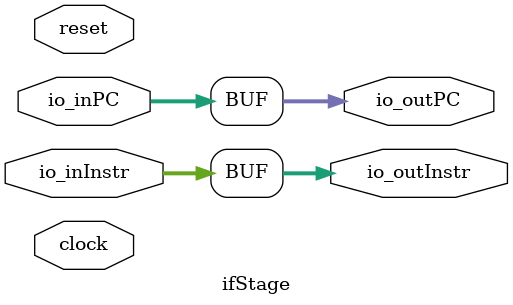
<source format=v>
module ifStage(
  input         clock,
  input         reset,
  input  [31:0] io_inPC,
  input  [31:0] io_inInstr,
  output [31:0] io_outPC,
  output [31:0] io_outInstr
);
  assign io_outPC = io_inPC; // @[idStage.scala 13:15]
  assign io_outInstr = io_inInstr; // @[idStage.scala 14:15]
endmodule

</source>
